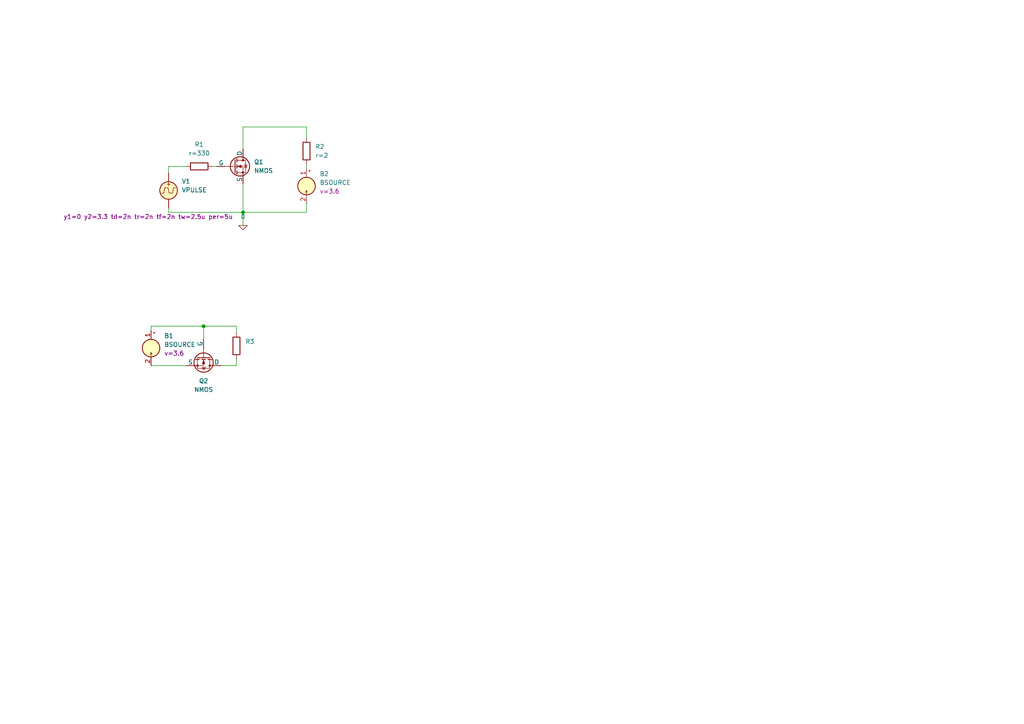
<source format=kicad_sch>
(kicad_sch (version 20230121) (generator eeschema)
  (paper "A4")
  (lib_symbols
    (symbol "Device:R" (pin_numbers hide) (pin_names (offset 0))
      (property "Reference" "R" (at 2.032 0 90))
      (property "Value" "R" (at 0 0 90))
      (symbol "R_0_1"
        (rectangle (start -1.016 -2.54) (end 1.016 2.54) (stroke (width 0.254)))
      )
      (symbol "R_1_1"
        (pin passive line (at 0 3.81 270) (length 1.27) (name "~") (number "1"))
        (pin passive line (at 0 -3.81 90) (length 1.27) (name "~") (number "2"))
      )
    )
    (symbol "Simulation_SPICE:0" (power) (pin_names (offset 0))
      (property "Value" "0" (at 0 -1.778 0))
      (symbol "0_0_1"
        (polyline (pts (xy -1.27 0) (xy 0 -1.27) (xy 1.27 0) (xy -1.27 0)))
      )
      (symbol "0_1_1"
        (pin power_in line (at 0 0 0) (length 0) hide (name "0") (number "1"))
      )
    )
    (symbol "Simulation_SPICE:BSOURCE" (pin_names (offset 1.016) hide)
      (property "Reference" "B" (at 2.54 2.54 0))
      (property "Value" "BSOURCE" (at 2.54 0 0))
      (property "Sim.Params" "v=1" (at 2.54 -2.54 0))
      (symbol "BSOURCE_0_1"
        (polyline (pts (xy 0 -1.27) (xy 0 -2.286)))
        (polyline (pts (xy 0.254 -1.778) (xy 0 -1.27) (xy -0.254 -1.778)))
        (circle (center 0 0) (radius 2.54) (stroke (width 0.254)) (fill (type background)))
      )
      (symbol "BSOURCE_1_1"
        (polyline (pts (xy 0.635 4.445) (xy 1.143 4.445)))
        (polyline (pts (xy 0.889 4.699) (xy 0.889 4.191)))
        (pin passive line (at 0 5.08 270) (length 2.54) (name "N+") (number "1"))
        (pin passive line (at 0 -5.08 90) (length 2.54) (name "N-") (number "2"))
      )
    )
    (symbol "Simulation_SPICE:NMOS" (pin_numbers hide) (pin_names (offset 0))
      (property "Reference" "Q" (at 5.08 1.27 0))
      (property "Value" "NMOS" (at 5.08 -1.27 0))
      (symbol "NMOS_0_1"
        (polyline (pts (xy 0.254 0) (xy -2.54 0)))
        (polyline (pts (xy 0.254 1.905) (xy 0.254 -1.905)) (stroke (width 0.254)))
        (polyline (pts (xy 0.762 -1.27) (xy 0.762 -2.286)) (stroke (width 0.254)))
        (polyline (pts (xy 0.762 0.508) (xy 0.762 -0.508)) (stroke (width 0.254)))
        (polyline (pts (xy 0.762 2.286) (xy 0.762 1.27)) (stroke (width 0.254)))
        (polyline (pts (xy 2.54 2.54) (xy 2.54 1.778)))
        (polyline (pts (xy 2.54 -2.54) (xy 2.54 0) (xy 0.762 0)))
        (polyline (pts (xy 0.762 -1.778) (xy 3.302 -1.778) (xy 3.302 1.778) (xy 0.762 1.778)))
        (polyline (pts (xy 1.016 0) (xy 2.032 0.381) (xy 2.032 -0.381) (xy 1.016 0)) (fill (type outline)))
        (polyline (pts (xy 2.794 0.508) (xy 2.921 0.381) (xy 3.683 0.381) (xy 3.81 0.254)))
        (polyline (pts (xy 3.302 0.381) (xy 2.921 -0.254) (xy 3.683 -0.254) (xy 3.302 0.381)))
        (circle (center 1.651 0) (radius 2.794) (stroke (width 0.254)))
        (circle (center 2.54 -1.778) (radius 0.254) (fill (type outline)))
        (circle (center 2.54 1.778) (radius 0.254) (fill (type outline)))
      )
      (symbol "NMOS_1_1"
        (pin passive line (at 2.54 5.08 270) (length 2.54) (name "D") (number "1"))
        (pin input line (at -5.08 0 0) (length 2.54) (name "G") (number "2"))
        (pin passive line (at 2.54 -5.08 90) (length 2.54) (name "S") (number "3"))
      )
    )
    (symbol "Simulation_SPICE:VPULSE" (pin_numbers hide) (pin_names (offset 0.0254))
      (property "Reference" "V" (at 2.54 2.54 0))
      (property "Value" "VPULSE" (at 2.54 0 0))
      (property "Sim.Params" "y1=0 y2=1 td=2n tr=2n tf=2n tw=50n per=100n" (at 2.54 -2.54 0))
      (symbol "VPULSE_0_0"
        (polyline (pts (xy -2.032 -0.762) (xy -1.397 -0.762) (xy -1.143 0.762) (xy -0.127 0.762) (xy 0.127 -0.762) (xy 1.143 -0.762) (xy 1.397 0.762) (xy 2.032 0.762)))
        (text "+" (at 0 1.905 0) (effects (font (size 1.27 1.27))))
      )
      (symbol "VPULSE_0_1"
        (circle (center 0 0) (radius 2.54) (stroke (width 0.254)) (fill (type background)))
      )
      (symbol "VPULSE_1_1"
        (pin passive line (at 0 5.08 270) (length 2.54) (name "~") (number "1"))
        (pin passive line (at 0 -5.08 90) (length 2.54) (name "~") (number "2"))
      )
    )
  )
  (junction (at 70.485 61.595))
  (junction (at 59.055 94.615))
  (wire (pts (xy 70.485 53.34) (xy 70.485 61.595)))
  (wire (pts (xy 70.485 61.595) (xy 70.485 65.405)))
  (wire (pts (xy 48.895 61.595) (xy 70.485 61.595)))
  (wire (pts (xy 59.055 94.615) (xy 68.58 94.615)))
  (wire (pts (xy 43.815 106.045) (xy 53.975 106.045)))
  (wire (pts (xy 68.58 104.14) (xy 68.58 106.045)))
  (wire (pts (xy 88.9 36.83) (xy 88.9 40.005)))
  (wire (pts (xy 64.135 106.045) (xy 68.58 106.045)))
  (wire (pts (xy 61.595 48.26) (xy 62.865 48.26)))
  (wire (pts (xy 88.9 61.595) (xy 70.485 61.595)))
  (wire (pts (xy 70.485 36.83) (xy 88.9 36.83)))
  (wire (pts (xy 48.895 50.165) (xy 48.895 48.26)))
  (wire (pts (xy 48.895 48.26) (xy 53.975 48.26)))
  (wire (pts (xy 70.485 43.18) (xy 70.485 36.83)))
  (wire (pts (xy 48.895 60.325) (xy 48.895 61.595)))
  (wire (pts (xy 43.815 94.615) (xy 43.815 95.885)))
  (wire (pts (xy 59.055 98.425) (xy 59.055 94.615)))
  (wire (pts (xy 68.58 96.52) (xy 68.58 94.615)))
  (wire (pts (xy 43.815 94.615) (xy 59.055 94.615)))
  (wire (pts (xy 88.9 47.625) (xy 88.9 48.895)))
  (wire (pts (xy 88.9 59.055) (xy 88.9 61.595)))
  (symbol (lib_id "Simulation_SPICE:NMOS") (at 67.945 48.26 0) (unit 1)
    (property "Reference" "Q1" (at 73.66 46.99 0) (effects (justify left)))
    (property "Value" "NMOS" (at 73.66 49.53 0) (effects (justify left)))
    (property "Datasheet" "https://ngspice.sourceforge.io/docs/ngspice-manual.pdf" (effects hide))
    (property "Sim.Library" "spice-models/DMN2056U.lib" (effects hide))
    (property "Sim.Name" "DMN2056U" (effects hide))
    (property "Sim.Device" "SUBCKT" (effects hide))
    (property "Sim.Pins" "1=10 2=20 3=30" (effects hide))
  )
  (symbol (lib_id "Device:R") (at 57.785 48.26 90) (unit 1)
    (property "Reference" "R1" (at 57.785 41.91 90))
    (property "Value" "${SIM.PARAMS}" (at 57.785 44.45 90))
    (property "Sim.Device" "R" (effects hide))
    (property "Sim.Type" "=" (effects hide))
    (property "Sim.Params" "r=330" (effects hide))
    (property "Sim.Pins" "1=+ 2=-" (effects hide))
  )
  (symbol (lib_id "Device:R") (at 68.58 100.33 180) (unit 1)
    (property "Reference" "R3" (at 71.12 99.06 0) (effects (justify right)))
    (property "Value" "${SIM.PARAMS}" (effects hide))
    (property "Sim.Device" "R" (effects hide))
    (property "Sim.Type" "=" (effects hide))
    (property "Sim.Params" "r=330" (effects hide))
    (property "Sim.Pins" "1=+ 2=-" (effects hide))
  )
  (symbol (lib_id "Simulation_SPICE:0") (at 70.485 65.405 0) (unit 1)
    (property "Reference" "#GND01" (effects hide))
    (property "Value" "0" (at 70.485 62.865 0))
  )
  (symbol (lib_id "Simulation_SPICE:NMOS") (at 59.055 103.505 270) (unit 1)
    (property "Reference" "Q2" (at 59.055 110.49 90))
    (property "Value" "NMOS" (at 59.055 113.03 90))
    (property "Datasheet" "https://ngspice.sourceforge.io/docs/ngspice-manual.pdf" (effects hide))
    (property "Sim.Library" "spice-models/DMN2056U.lib" (effects hide))
    (property "Sim.Name" "DMN2056U" (effects hide))
    (property "Sim.Device" "SUBCKT" (effects hide))
    (property "Sim.Pins" "1=10 2=20 3=30" (effects hide))
  )
  (symbol (lib_id "Simulation_SPICE:BSOURCE") (at 88.9 53.975 0) (unit 1)
    (property "Reference" "B2" (at 92.71 50.419 0) (effects (justify left)))
    (property "Value" "BSOURCE" (at 92.71 52.959 0) (effects (justify left)))
    (property "Datasheet" "https://ngspice.sourceforge.io/docs.html" (effects hide))
    (property "Sim.Device" "V" (effects hide))
    (property "Sim.Type" "=" (effects hide))
    (property "Sim.Pins" "1=+ 2=-" (effects hide))
    (property "Sim.Params" "v=3.6" (at 92.71 55.499 0) (effects (justify left)))
  )
  (symbol (lib_id "Device:R") (at 88.9 43.815 0) (unit 1)
    (property "Reference" "R2" (at 91.44 42.545 0) (effects (justify left)))
    (property "Value" "${SIM.PARAMS}" (at 91.44 45.085 0) (effects (justify left)))
    (property "Sim.Device" "R" (effects hide))
    (property "Sim.Type" "=" (effects hide))
    (property "Sim.Params" "r=2" (effects hide))
    (property "Sim.Pins" "1=+ 2=-" (effects hide))
  )
  (symbol (lib_id "Simulation_SPICE:VPULSE") (at 48.895 55.245 0) (unit 1)
    (property "Reference" "V1" (at 52.705 52.5752 0) (effects (justify left)))
    (property "Value" "VPULSE" (at 52.705 55.1152 0) (effects (justify left)))
    (property "Sim.Pins" "1=+ 2=-" (effects hide))
    (property "Sim.Type" "PULSE" (effects hide))
    (property "Sim.Device" "V" (effects hide))
    (property "Sim.Params" "y1=0 y2=3.3 td=2n tr=2n tf=2n tw=2.5u per=5u" (at 18.415 62.865 0) (effects (justify left)))
  )
  (symbol (lib_id "Simulation_SPICE:BSOURCE") (at 43.815 100.965 0) (unit 1)
    (property "Reference" "B1" (at 47.625 97.409 0) (effects (justify left)))
    (property "Value" "BSOURCE" (at 47.625 99.949 0) (effects (justify left)))
    (property "Datasheet" "https://ngspice.sourceforge.io/docs.html" (effects hide))
    (property "Sim.Device" "V" (effects hide))
    (property "Sim.Type" "=" (effects hide))
    (property "Sim.Pins" "1=+ 2=-" (effects hide))
    (property "Sim.Params" "v=3.6" (at 47.625 102.489 0) (effects (justify left)))
  )
)
</source>
